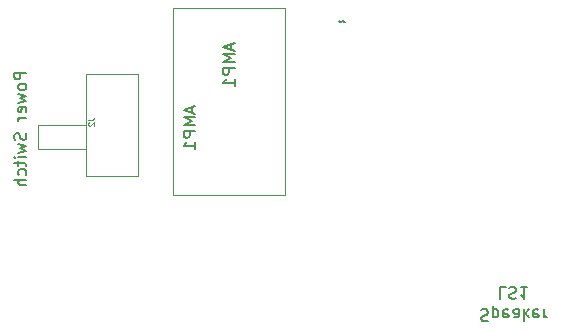
<source format=gbr>
%TF.GenerationSoftware,KiCad,Pcbnew,9.0.4*%
%TF.CreationDate,2025-09-18T23:21:34+02:00*%
%TF.ProjectId,X-DaysSynth,582d4461-7973-4537-996e-74682e6b6963,0.4*%
%TF.SameCoordinates,Original*%
%TF.FileFunction,AssemblyDrawing,Bot*%
%FSLAX46Y46*%
G04 Gerber Fmt 4.6, Leading zero omitted, Abs format (unit mm)*
G04 Created by KiCad (PCBNEW 9.0.4) date 2025-09-18 23:21:34*
%MOMM*%
%LPD*%
G01*
G04 APERTURE LIST*
%ADD10C,0.150000*%
%ADD11C,0.100000*%
G04 APERTURE END LIST*
D10*
X126040351Y-47062366D02*
X125992732Y-47014747D01*
X125992732Y-47014747D02*
X125897494Y-46967128D01*
X125897494Y-46967128D02*
X125707018Y-47062366D01*
X125707018Y-47062366D02*
X125611780Y-47014747D01*
X125611780Y-47014747D02*
X125564161Y-46967128D01*
X116422551Y-48885786D02*
X116422551Y-49361976D01*
X116708266Y-48790548D02*
X115708266Y-49123881D01*
X115708266Y-49123881D02*
X116708266Y-49457214D01*
X116708266Y-49790548D02*
X115708266Y-49790548D01*
X115708266Y-49790548D02*
X116422551Y-50123881D01*
X116422551Y-50123881D02*
X115708266Y-50457214D01*
X115708266Y-50457214D02*
X116708266Y-50457214D01*
X116708266Y-50933405D02*
X115708266Y-50933405D01*
X115708266Y-50933405D02*
X115708266Y-51314357D01*
X115708266Y-51314357D02*
X115755885Y-51409595D01*
X115755885Y-51409595D02*
X115803504Y-51457214D01*
X115803504Y-51457214D02*
X115898742Y-51504833D01*
X115898742Y-51504833D02*
X116041599Y-51504833D01*
X116041599Y-51504833D02*
X116136837Y-51457214D01*
X116136837Y-51457214D02*
X116184456Y-51409595D01*
X116184456Y-51409595D02*
X116232075Y-51314357D01*
X116232075Y-51314357D02*
X116232075Y-50933405D01*
X116708266Y-52457214D02*
X116708266Y-51885786D01*
X116708266Y-52171500D02*
X115708266Y-52171500D01*
X115708266Y-52171500D02*
X115851123Y-52076262D01*
X115851123Y-52076262D02*
X115946361Y-51981024D01*
X115946361Y-51981024D02*
X115993980Y-51885786D01*
X113098551Y-54221286D02*
X113098551Y-54697476D01*
X113384266Y-54126048D02*
X112384266Y-54459381D01*
X112384266Y-54459381D02*
X113384266Y-54792714D01*
X113384266Y-55126048D02*
X112384266Y-55126048D01*
X112384266Y-55126048D02*
X113098551Y-55459381D01*
X113098551Y-55459381D02*
X112384266Y-55792714D01*
X112384266Y-55792714D02*
X113384266Y-55792714D01*
X113384266Y-56268905D02*
X112384266Y-56268905D01*
X112384266Y-56268905D02*
X112384266Y-56649857D01*
X112384266Y-56649857D02*
X112431885Y-56745095D01*
X112431885Y-56745095D02*
X112479504Y-56792714D01*
X112479504Y-56792714D02*
X112574742Y-56840333D01*
X112574742Y-56840333D02*
X112717599Y-56840333D01*
X112717599Y-56840333D02*
X112812837Y-56792714D01*
X112812837Y-56792714D02*
X112860456Y-56745095D01*
X112860456Y-56745095D02*
X112908075Y-56649857D01*
X112908075Y-56649857D02*
X112908075Y-56268905D01*
X113384266Y-57792714D02*
X113384266Y-57221286D01*
X113384266Y-57507000D02*
X112384266Y-57507000D01*
X112384266Y-57507000D02*
X112527123Y-57411762D01*
X112527123Y-57411762D02*
X112622361Y-57316524D01*
X112622361Y-57316524D02*
X112669980Y-57221286D01*
X99053819Y-51323095D02*
X98053819Y-51323095D01*
X98053819Y-51323095D02*
X98053819Y-51704047D01*
X98053819Y-51704047D02*
X98101438Y-51799285D01*
X98101438Y-51799285D02*
X98149057Y-51846904D01*
X98149057Y-51846904D02*
X98244295Y-51894523D01*
X98244295Y-51894523D02*
X98387152Y-51894523D01*
X98387152Y-51894523D02*
X98482390Y-51846904D01*
X98482390Y-51846904D02*
X98530009Y-51799285D01*
X98530009Y-51799285D02*
X98577628Y-51704047D01*
X98577628Y-51704047D02*
X98577628Y-51323095D01*
X99053819Y-52465952D02*
X99006200Y-52370714D01*
X99006200Y-52370714D02*
X98958580Y-52323095D01*
X98958580Y-52323095D02*
X98863342Y-52275476D01*
X98863342Y-52275476D02*
X98577628Y-52275476D01*
X98577628Y-52275476D02*
X98482390Y-52323095D01*
X98482390Y-52323095D02*
X98434771Y-52370714D01*
X98434771Y-52370714D02*
X98387152Y-52465952D01*
X98387152Y-52465952D02*
X98387152Y-52608809D01*
X98387152Y-52608809D02*
X98434771Y-52704047D01*
X98434771Y-52704047D02*
X98482390Y-52751666D01*
X98482390Y-52751666D02*
X98577628Y-52799285D01*
X98577628Y-52799285D02*
X98863342Y-52799285D01*
X98863342Y-52799285D02*
X98958580Y-52751666D01*
X98958580Y-52751666D02*
X99006200Y-52704047D01*
X99006200Y-52704047D02*
X99053819Y-52608809D01*
X99053819Y-52608809D02*
X99053819Y-52465952D01*
X98387152Y-53132619D02*
X99053819Y-53323095D01*
X99053819Y-53323095D02*
X98577628Y-53513571D01*
X98577628Y-53513571D02*
X99053819Y-53704047D01*
X99053819Y-53704047D02*
X98387152Y-53894523D01*
X99006200Y-54656428D02*
X99053819Y-54561190D01*
X99053819Y-54561190D02*
X99053819Y-54370714D01*
X99053819Y-54370714D02*
X99006200Y-54275476D01*
X99006200Y-54275476D02*
X98910961Y-54227857D01*
X98910961Y-54227857D02*
X98530009Y-54227857D01*
X98530009Y-54227857D02*
X98434771Y-54275476D01*
X98434771Y-54275476D02*
X98387152Y-54370714D01*
X98387152Y-54370714D02*
X98387152Y-54561190D01*
X98387152Y-54561190D02*
X98434771Y-54656428D01*
X98434771Y-54656428D02*
X98530009Y-54704047D01*
X98530009Y-54704047D02*
X98625247Y-54704047D01*
X98625247Y-54704047D02*
X98720485Y-54227857D01*
X99053819Y-55132619D02*
X98387152Y-55132619D01*
X98577628Y-55132619D02*
X98482390Y-55180238D01*
X98482390Y-55180238D02*
X98434771Y-55227857D01*
X98434771Y-55227857D02*
X98387152Y-55323095D01*
X98387152Y-55323095D02*
X98387152Y-55418333D01*
X99006200Y-56465953D02*
X99053819Y-56608810D01*
X99053819Y-56608810D02*
X99053819Y-56846905D01*
X99053819Y-56846905D02*
X99006200Y-56942143D01*
X99006200Y-56942143D02*
X98958580Y-56989762D01*
X98958580Y-56989762D02*
X98863342Y-57037381D01*
X98863342Y-57037381D02*
X98768104Y-57037381D01*
X98768104Y-57037381D02*
X98672866Y-56989762D01*
X98672866Y-56989762D02*
X98625247Y-56942143D01*
X98625247Y-56942143D02*
X98577628Y-56846905D01*
X98577628Y-56846905D02*
X98530009Y-56656429D01*
X98530009Y-56656429D02*
X98482390Y-56561191D01*
X98482390Y-56561191D02*
X98434771Y-56513572D01*
X98434771Y-56513572D02*
X98339533Y-56465953D01*
X98339533Y-56465953D02*
X98244295Y-56465953D01*
X98244295Y-56465953D02*
X98149057Y-56513572D01*
X98149057Y-56513572D02*
X98101438Y-56561191D01*
X98101438Y-56561191D02*
X98053819Y-56656429D01*
X98053819Y-56656429D02*
X98053819Y-56894524D01*
X98053819Y-56894524D02*
X98101438Y-57037381D01*
X98387152Y-57370715D02*
X99053819Y-57561191D01*
X99053819Y-57561191D02*
X98577628Y-57751667D01*
X98577628Y-57751667D02*
X99053819Y-57942143D01*
X99053819Y-57942143D02*
X98387152Y-58132619D01*
X99053819Y-58513572D02*
X98387152Y-58513572D01*
X98053819Y-58513572D02*
X98101438Y-58465953D01*
X98101438Y-58465953D02*
X98149057Y-58513572D01*
X98149057Y-58513572D02*
X98101438Y-58561191D01*
X98101438Y-58561191D02*
X98053819Y-58513572D01*
X98053819Y-58513572D02*
X98149057Y-58513572D01*
X98387152Y-58846905D02*
X98387152Y-59227857D01*
X98053819Y-58989762D02*
X98910961Y-58989762D01*
X98910961Y-58989762D02*
X99006200Y-59037381D01*
X99006200Y-59037381D02*
X99053819Y-59132619D01*
X99053819Y-59132619D02*
X99053819Y-59227857D01*
X99006200Y-59989762D02*
X99053819Y-59894524D01*
X99053819Y-59894524D02*
X99053819Y-59704048D01*
X99053819Y-59704048D02*
X99006200Y-59608810D01*
X99006200Y-59608810D02*
X98958580Y-59561191D01*
X98958580Y-59561191D02*
X98863342Y-59513572D01*
X98863342Y-59513572D02*
X98577628Y-59513572D01*
X98577628Y-59513572D02*
X98482390Y-59561191D01*
X98482390Y-59561191D02*
X98434771Y-59608810D01*
X98434771Y-59608810D02*
X98387152Y-59704048D01*
X98387152Y-59704048D02*
X98387152Y-59894524D01*
X98387152Y-59894524D02*
X98434771Y-59989762D01*
X99053819Y-60418334D02*
X98053819Y-60418334D01*
X99053819Y-60846905D02*
X98530009Y-60846905D01*
X98530009Y-60846905D02*
X98434771Y-60799286D01*
X98434771Y-60799286D02*
X98387152Y-60704048D01*
X98387152Y-60704048D02*
X98387152Y-60561191D01*
X98387152Y-60561191D02*
X98434771Y-60465953D01*
X98434771Y-60465953D02*
X98482390Y-60418334D01*
D11*
X104325109Y-55318333D02*
X104682252Y-55318333D01*
X104682252Y-55318333D02*
X104753680Y-55294524D01*
X104753680Y-55294524D02*
X104801300Y-55246905D01*
X104801300Y-55246905D02*
X104825109Y-55175476D01*
X104825109Y-55175476D02*
X104825109Y-55127857D01*
X104372728Y-55532619D02*
X104348919Y-55556428D01*
X104348919Y-55556428D02*
X104325109Y-55604047D01*
X104325109Y-55604047D02*
X104325109Y-55723095D01*
X104325109Y-55723095D02*
X104348919Y-55770714D01*
X104348919Y-55770714D02*
X104372728Y-55794523D01*
X104372728Y-55794523D02*
X104420347Y-55818333D01*
X104420347Y-55818333D02*
X104467966Y-55818333D01*
X104467966Y-55818333D02*
X104539395Y-55794523D01*
X104539395Y-55794523D02*
X104825109Y-55508809D01*
X104825109Y-55508809D02*
X104825109Y-55818333D01*
D10*
X137573095Y-71425896D02*
X137715952Y-71378276D01*
X137715952Y-71378276D02*
X137954047Y-71378276D01*
X137954047Y-71378276D02*
X138049285Y-71425896D01*
X138049285Y-71425896D02*
X138096904Y-71473515D01*
X138096904Y-71473515D02*
X138144523Y-71568753D01*
X138144523Y-71568753D02*
X138144523Y-71663991D01*
X138144523Y-71663991D02*
X138096904Y-71759229D01*
X138096904Y-71759229D02*
X138049285Y-71806848D01*
X138049285Y-71806848D02*
X137954047Y-71854467D01*
X137954047Y-71854467D02*
X137763571Y-71902086D01*
X137763571Y-71902086D02*
X137668333Y-71949705D01*
X137668333Y-71949705D02*
X137620714Y-71997324D01*
X137620714Y-71997324D02*
X137573095Y-72092562D01*
X137573095Y-72092562D02*
X137573095Y-72187800D01*
X137573095Y-72187800D02*
X137620714Y-72283038D01*
X137620714Y-72283038D02*
X137668333Y-72330657D01*
X137668333Y-72330657D02*
X137763571Y-72378276D01*
X137763571Y-72378276D02*
X138001666Y-72378276D01*
X138001666Y-72378276D02*
X138144523Y-72330657D01*
X138573095Y-72044943D02*
X138573095Y-71044943D01*
X138573095Y-71997324D02*
X138668333Y-72044943D01*
X138668333Y-72044943D02*
X138858809Y-72044943D01*
X138858809Y-72044943D02*
X138954047Y-71997324D01*
X138954047Y-71997324D02*
X139001666Y-71949705D01*
X139001666Y-71949705D02*
X139049285Y-71854467D01*
X139049285Y-71854467D02*
X139049285Y-71568753D01*
X139049285Y-71568753D02*
X139001666Y-71473515D01*
X139001666Y-71473515D02*
X138954047Y-71425896D01*
X138954047Y-71425896D02*
X138858809Y-71378276D01*
X138858809Y-71378276D02*
X138668333Y-71378276D01*
X138668333Y-71378276D02*
X138573095Y-71425896D01*
X139858809Y-71425896D02*
X139763571Y-71378276D01*
X139763571Y-71378276D02*
X139573095Y-71378276D01*
X139573095Y-71378276D02*
X139477857Y-71425896D01*
X139477857Y-71425896D02*
X139430238Y-71521134D01*
X139430238Y-71521134D02*
X139430238Y-71902086D01*
X139430238Y-71902086D02*
X139477857Y-71997324D01*
X139477857Y-71997324D02*
X139573095Y-72044943D01*
X139573095Y-72044943D02*
X139763571Y-72044943D01*
X139763571Y-72044943D02*
X139858809Y-71997324D01*
X139858809Y-71997324D02*
X139906428Y-71902086D01*
X139906428Y-71902086D02*
X139906428Y-71806848D01*
X139906428Y-71806848D02*
X139430238Y-71711610D01*
X140763571Y-71378276D02*
X140763571Y-71902086D01*
X140763571Y-71902086D02*
X140715952Y-71997324D01*
X140715952Y-71997324D02*
X140620714Y-72044943D01*
X140620714Y-72044943D02*
X140430238Y-72044943D01*
X140430238Y-72044943D02*
X140335000Y-71997324D01*
X140763571Y-71425896D02*
X140668333Y-71378276D01*
X140668333Y-71378276D02*
X140430238Y-71378276D01*
X140430238Y-71378276D02*
X140335000Y-71425896D01*
X140335000Y-71425896D02*
X140287381Y-71521134D01*
X140287381Y-71521134D02*
X140287381Y-71616372D01*
X140287381Y-71616372D02*
X140335000Y-71711610D01*
X140335000Y-71711610D02*
X140430238Y-71759229D01*
X140430238Y-71759229D02*
X140668333Y-71759229D01*
X140668333Y-71759229D02*
X140763571Y-71806848D01*
X141239762Y-71378276D02*
X141239762Y-72378276D01*
X141335000Y-71759229D02*
X141620714Y-71378276D01*
X141620714Y-72044943D02*
X141239762Y-71663991D01*
X142430238Y-71425896D02*
X142335000Y-71378276D01*
X142335000Y-71378276D02*
X142144524Y-71378276D01*
X142144524Y-71378276D02*
X142049286Y-71425896D01*
X142049286Y-71425896D02*
X142001667Y-71521134D01*
X142001667Y-71521134D02*
X142001667Y-71902086D01*
X142001667Y-71902086D02*
X142049286Y-71997324D01*
X142049286Y-71997324D02*
X142144524Y-72044943D01*
X142144524Y-72044943D02*
X142335000Y-72044943D01*
X142335000Y-72044943D02*
X142430238Y-71997324D01*
X142430238Y-71997324D02*
X142477857Y-71902086D01*
X142477857Y-71902086D02*
X142477857Y-71806848D01*
X142477857Y-71806848D02*
X142001667Y-71711610D01*
X142906429Y-71378276D02*
X142906429Y-72044943D01*
X142906429Y-71854467D02*
X142954048Y-71949705D01*
X142954048Y-71949705D02*
X143001667Y-71997324D01*
X143001667Y-71997324D02*
X143096905Y-72044943D01*
X143096905Y-72044943D02*
X143192143Y-72044943D01*
X139692142Y-69473276D02*
X139215952Y-69473276D01*
X139215952Y-69473276D02*
X139215952Y-70473276D01*
X139977857Y-69520896D02*
X140120714Y-69473276D01*
X140120714Y-69473276D02*
X140358809Y-69473276D01*
X140358809Y-69473276D02*
X140454047Y-69520896D01*
X140454047Y-69520896D02*
X140501666Y-69568515D01*
X140501666Y-69568515D02*
X140549285Y-69663753D01*
X140549285Y-69663753D02*
X140549285Y-69758991D01*
X140549285Y-69758991D02*
X140501666Y-69854229D01*
X140501666Y-69854229D02*
X140454047Y-69901848D01*
X140454047Y-69901848D02*
X140358809Y-69949467D01*
X140358809Y-69949467D02*
X140168333Y-69997086D01*
X140168333Y-69997086D02*
X140073095Y-70044705D01*
X140073095Y-70044705D02*
X140025476Y-70092324D01*
X140025476Y-70092324D02*
X139977857Y-70187562D01*
X139977857Y-70187562D02*
X139977857Y-70282800D01*
X139977857Y-70282800D02*
X140025476Y-70378038D01*
X140025476Y-70378038D02*
X140073095Y-70425657D01*
X140073095Y-70425657D02*
X140168333Y-70473276D01*
X140168333Y-70473276D02*
X140406428Y-70473276D01*
X140406428Y-70473276D02*
X140549285Y-70425657D01*
X141501666Y-69473276D02*
X140930238Y-69473276D01*
X141215952Y-69473276D02*
X141215952Y-70473276D01*
X141215952Y-70473276D02*
X141120714Y-70330419D01*
X141120714Y-70330419D02*
X141025476Y-70235181D01*
X141025476Y-70235181D02*
X140930238Y-70187562D01*
D11*
%TO.C,AMP1*%
X111503446Y-45896500D02*
X121003446Y-45896500D01*
X111503446Y-61696500D02*
X111503446Y-45896500D01*
X121003446Y-45896500D02*
X121003446Y-61696500D01*
X121003446Y-61696500D02*
X111503446Y-61696500D01*
%TO.C,J2*%
X100098999Y-55785000D02*
X100099000Y-57785000D01*
X100099000Y-57785000D02*
X104099000Y-57785000D01*
X104099000Y-51485000D02*
X108499000Y-51485000D01*
X104099000Y-55785000D02*
X100098999Y-55785000D01*
X104099000Y-60085000D02*
X104099000Y-51485000D01*
X108499000Y-60085000D02*
X104099000Y-60085000D01*
X108499000Y-60085000D02*
X108499000Y-51485000D01*
%TD*%
M02*

</source>
